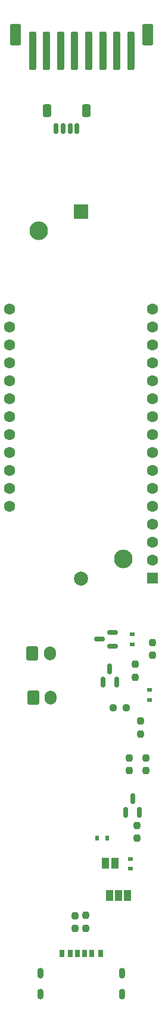
<source format=gbr>
%TF.GenerationSoftware,KiCad,Pcbnew,(6.0.4-0)*%
%TF.CreationDate,2022-12-23T17:01:59+01:00*%
%TF.ProjectId,ControllerBoard,436f6e74-726f-46c6-9c65-72426f617264,rev?*%
%TF.SameCoordinates,Original*%
%TF.FileFunction,Soldermask,Top*%
%TF.FilePolarity,Negative*%
%FSLAX46Y46*%
G04 Gerber Fmt 4.6, Leading zero omitted, Abs format (unit mm)*
G04 Created by KiCad (PCBNEW (6.0.4-0)) date 2022-12-23 17:01:59*
%MOMM*%
%LPD*%
G01*
G04 APERTURE LIST*
G04 Aperture macros list*
%AMRoundRect*
0 Rectangle with rounded corners*
0 $1 Rounding radius*
0 $2 $3 $4 $5 $6 $7 $8 $9 X,Y pos of 4 corners*
0 Add a 4 corners polygon primitive as box body*
4,1,4,$2,$3,$4,$5,$6,$7,$8,$9,$2,$3,0*
0 Add four circle primitives for the rounded corners*
1,1,$1+$1,$2,$3*
1,1,$1+$1,$4,$5*
1,1,$1+$1,$6,$7*
1,1,$1+$1,$8,$9*
0 Add four rect primitives between the rounded corners*
20,1,$1+$1,$2,$3,$4,$5,0*
20,1,$1+$1,$4,$5,$6,$7,0*
20,1,$1+$1,$6,$7,$8,$9,0*
20,1,$1+$1,$8,$9,$2,$3,0*%
G04 Aperture macros list end*
%ADD10RoundRect,0.250000X-0.600000X-0.750000X0.600000X-0.750000X0.600000X0.750000X-0.600000X0.750000X0*%
%ADD11O,1.700000X2.000000*%
%ADD12RoundRect,0.237500X-0.237500X0.250000X-0.237500X-0.250000X0.237500X-0.250000X0.237500X0.250000X0*%
%ADD13RoundRect,0.237500X0.250000X0.237500X-0.250000X0.237500X-0.250000X-0.237500X0.250000X-0.237500X0*%
%ADD14R,1.000000X1.500000*%
%ADD15R,0.600000X0.700000*%
%ADD16RoundRect,0.237500X0.237500X-0.250000X0.237500X0.250000X-0.237500X0.250000X-0.237500X-0.250000X0*%
%ADD17R,0.700000X0.600000*%
%ADD18RoundRect,0.150000X0.150000X-0.587500X0.150000X0.587500X-0.150000X0.587500X-0.150000X-0.587500X0*%
%ADD19RoundRect,0.150000X-0.150000X-0.625000X0.150000X-0.625000X0.150000X0.625000X-0.150000X0.625000X0*%
%ADD20RoundRect,0.250000X-0.350000X-0.650000X0.350000X-0.650000X0.350000X0.650000X-0.350000X0.650000X0*%
%ADD21R,1.600000X1.600000*%
%ADD22C,1.600000*%
%ADD23R,0.700000X1.050000*%
%ADD24R,0.760000X1.050000*%
%ADD25R,0.800000X1.050000*%
%ADD26O,0.900000X1.500000*%
%ADD27RoundRect,0.250000X-0.250000X-2.500000X0.250000X-2.500000X0.250000X2.500000X-0.250000X2.500000X0*%
%ADD28RoundRect,0.250000X-0.550000X-1.250000X0.550000X-1.250000X0.550000X1.250000X-0.550000X1.250000X0*%
%ADD29RoundRect,0.150000X0.587500X0.150000X-0.587500X0.150000X-0.587500X-0.150000X0.587500X-0.150000X0*%
%ADD30C,2.640000*%
%ADD31R,2.000000X2.000000*%
%ADD32C,2.000000*%
G04 APERTURE END LIST*
D10*
%TO.C,X1*%
X103830000Y-131950000D03*
D11*
X106330000Y-131950000D03*
%TD*%
D12*
%TO.C,R8*%
X120780000Y-124177500D03*
X120780000Y-126002500D03*
%TD*%
D13*
%TO.C,R4*%
X117072500Y-133380000D03*
X115247500Y-133380000D03*
%TD*%
D14*
%TO.C,JP2*%
X114140000Y-155420000D03*
X115440000Y-155420000D03*
%TD*%
D15*
%TO.C,D2*%
X114330000Y-151910000D03*
X112930000Y-151910000D03*
%TD*%
D16*
%TO.C,R3*%
X118560000Y-151905000D03*
X118560000Y-150080000D03*
%TD*%
D17*
%TO.C,D1*%
X117660000Y-154810000D03*
X117660000Y-156210000D03*
%TD*%
D12*
%TO.C,R7*%
X119150000Y-135290000D03*
X119150000Y-137115000D03*
%TD*%
D18*
%TO.C,Q1*%
X117030000Y-148190000D03*
X118930000Y-148190000D03*
X117980000Y-146315000D03*
%TD*%
D16*
%TO.C,R1*%
X109790000Y-164662500D03*
X109790000Y-162837500D03*
%TD*%
D19*
%TO.C,CONN1*%
X107085000Y-51363000D03*
X108085000Y-51363000D03*
X109085000Y-51363000D03*
X110085000Y-51363000D03*
D20*
X111385000Y-48838000D03*
X105785000Y-48838000D03*
%TD*%
D21*
%TO.C,A1*%
X120796500Y-115062000D03*
D22*
X120796500Y-112522000D03*
X120796500Y-109982000D03*
X120796500Y-107442000D03*
X120796500Y-104902000D03*
X120796500Y-102362000D03*
X120796500Y-99822000D03*
X120796500Y-97282000D03*
X120796500Y-94742000D03*
X120796500Y-92202000D03*
X120796500Y-89662000D03*
X120796500Y-87122000D03*
X120796500Y-84582000D03*
X120796500Y-82042000D03*
X120796500Y-79502000D03*
X120796500Y-76962000D03*
X100476500Y-76962000D03*
X100476500Y-79502000D03*
X100476500Y-82042000D03*
X100476500Y-84582000D03*
X100476500Y-87122000D03*
X100476500Y-89662000D03*
X100476500Y-92202000D03*
X100476500Y-94742000D03*
X100476500Y-97282000D03*
X100476500Y-99822000D03*
X100476500Y-102362000D03*
X100476500Y-104902000D03*
%TD*%
D12*
%TO.C,R2*%
X111330000Y-162827500D03*
X111330000Y-164652500D03*
%TD*%
D18*
%TO.C,Q2*%
X113790000Y-129797500D03*
X115690000Y-129797500D03*
X114740000Y-127922500D03*
%TD*%
D16*
%TO.C,R5*%
X117530000Y-142325000D03*
X117530000Y-140500000D03*
%TD*%
D12*
%TO.C,R9*%
X118380000Y-127257500D03*
X118380000Y-129082500D03*
%TD*%
D17*
%TO.C,D3*%
X120360000Y-130910000D03*
X120360000Y-132310000D03*
%TD*%
D12*
%TO.C,R6*%
X119840000Y-140520000D03*
X119840000Y-142345000D03*
%TD*%
D10*
%TO.C,X2*%
X103720000Y-125710000D03*
D11*
X106220000Y-125710000D03*
%TD*%
D23*
%TO.C,J2*%
X110150000Y-168175000D03*
D24*
X112170000Y-168175000D03*
D25*
X113400000Y-168175000D03*
D23*
X111150000Y-168175000D03*
D24*
X109130000Y-168175000D03*
D25*
X107900000Y-168175000D03*
D26*
X104850000Y-174000000D03*
X116450000Y-174000000D03*
X104850000Y-171000000D03*
X116450000Y-171000000D03*
%TD*%
D17*
%TO.C,D4*%
X117900000Y-124410000D03*
X117900000Y-123010000D03*
%TD*%
D14*
%TO.C,JP1*%
X114680000Y-160010000D03*
X115980000Y-160010000D03*
X117280000Y-160010000D03*
%TD*%
D27*
%TO.C,J1*%
X103744000Y-40370000D03*
X105744000Y-40370000D03*
X107744000Y-40370000D03*
X109744000Y-40370000D03*
X111744000Y-40370000D03*
X113744000Y-40370000D03*
X115744000Y-40370000D03*
X117744000Y-40370000D03*
D28*
X101344000Y-38120000D03*
X120144000Y-38120000D03*
%TD*%
D29*
%TO.C,Q3*%
X115127500Y-124660000D03*
X115127500Y-122760000D03*
X113252500Y-123710000D03*
%TD*%
D30*
%TO.C,BT1*%
X104622000Y-65869000D03*
X116612000Y-112349000D03*
D31*
X110617000Y-63119000D03*
D32*
X110617000Y-115109000D03*
%TD*%
M02*

</source>
